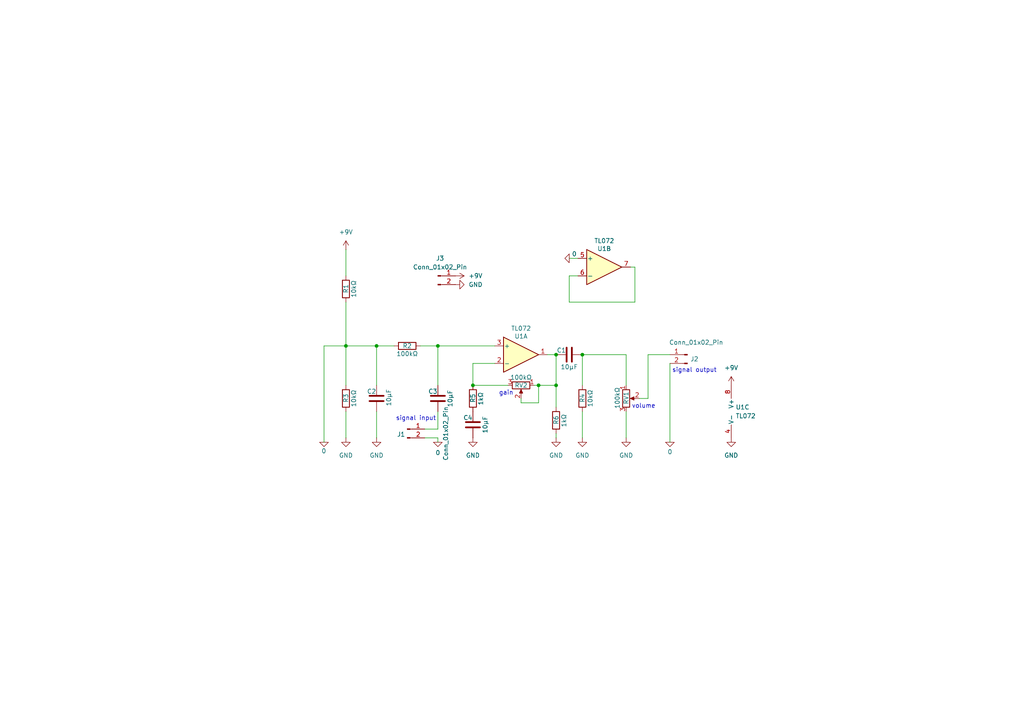
<source format=kicad_sch>
(kicad_sch (version 20231120) (generator "eeschema") (generator_version "8.0")
  (paper "A4")
  (lib_symbols
    (symbol "Amplifier_Operational:TL072" (pin_names (offset 0.127))
      (property "Reference" "U" (at 0 5.08 0))
      (property "Value" "TL072" (at 0 -5.08 0))
      (symbol "TL072_1_1"
        (polyline (pts (xy -5.08 5.08) (xy 5.08 0) (xy -5.08 -5.08) (xy -5.08 5.08)) (stroke (width 0.254)) (fill (type background)))
        (pin output line (at 7.62 0 180) (length 2.54) (name "~") (number "1"))
        (pin input line (at -7.62 -2.54 0) (length 2.54) (name "-") (number "2"))
        (pin input line (at -7.62 2.54 0) (length 2.54) (name "+") (number "3"))
      )
      (symbol "TL072_2_1"
        (polyline (pts (xy -5.08 5.08) (xy 5.08 0) (xy -5.08 -5.08) (xy -5.08 5.08)) (stroke (width 0.254)) (fill (type background)))
        (pin input line (at -7.62 2.54 0) (length 2.54) (name "+") (number "5"))
        (pin input line (at -7.62 -2.54 0) (length 2.54) (name "-") (number "6"))
        (pin output line (at 7.62 0 180) (length 2.54) (name "~") (number "7"))
      )
      (symbol "TL072_3_1"
        (pin power_in line (at -2.54 -7.62 90) (length 3.81) (name "V-") (number "4"))
        (pin power_in line (at -2.54 7.62 270) (length 3.81) (name "V+") (number "8"))
      )
    )
    (symbol "Connector:Conn_01x02_Pin" (pin_names (offset 1.016) hide)
      (property "Reference" "J" (at 0 2.54 0))
      (property "Value" "Conn_01x02_Pin" (at 0 -5.08 0))
      (symbol "Conn_01x02_Pin_1_1"
        (polyline (pts (xy 1.27 -2.54) (xy 0.8636 -2.54)) (stroke (width 0.1524)))
        (polyline (pts (xy 1.27 0) (xy 0.8636 0)) (stroke (width 0.1524)))
        (rectangle (start 0.8636 -2.413) (end 0 -2.667) (stroke (width 0.1524)) (fill (type outline)))
        (rectangle (start 0.8636 0.127) (end 0 -0.127) (stroke (width 0.1524)) (fill (type outline)))
        (pin passive line (at 5.08 0 180) (length 3.81) (name "Pin_1") (number "1"))
        (pin passive line (at 5.08 -2.54 180) (length 3.81) (name "Pin_2") (number "2"))
      )
    )
    (symbol "Device:C" (pin_numbers hide) (pin_names (offset 0.254))
      (property "Reference" "C" (at 0.635 2.54 0))
      (property "Value" "C" (at 0.635 -2.54 0))
      (symbol "C_0_1"
        (polyline (pts (xy -2.032 -0.762) (xy 2.032 -0.762)) (stroke (width 0.508)))
        (polyline (pts (xy -2.032 0.762) (xy 2.032 0.762)) (stroke (width 0.508)))
      )
      (symbol "C_1_1"
        (pin passive line (at 0 3.81 270) (length 2.794) (name "~") (number "1"))
        (pin passive line (at 0 -3.81 90) (length 2.794) (name "~") (number "2"))
      )
    )
    (symbol "Device:R" (pin_numbers hide) (pin_names (offset 0))
      (property "Reference" "R" (at 2.032 0 90))
      (property "Value" "R" (at 0 0 90))
      (symbol "R_0_1"
        (rectangle (start -1.016 -2.54) (end 1.016 2.54) (stroke (width 0.254)))
      )
      (symbol "R_1_1"
        (pin passive line (at 0 3.81 270) (length 1.27) (name "~") (number "1"))
        (pin passive line (at 0 -3.81 90) (length 1.27) (name "~") (number "2"))
      )
    )
    (symbol "Device:R_Potentiometer" (pin_names (offset 1.016) hide)
      (property "Reference" "RV" (at -4.445 0 90))
      (property "Value" "R_Potentiometer" (at -2.54 0 90))
      (symbol "R_Potentiometer_0_1"
        (polyline (pts (xy 2.54 0) (xy 1.524 0)))
        (polyline (pts (xy 1.143 0) (xy 2.286 0.508) (xy 2.286 -0.508) (xy 1.143 0)) (fill (type outline)))
        (rectangle (start 1.016 2.54) (end -1.016 -2.54) (stroke (width 0.254)))
      )
      (symbol "R_Potentiometer_1_1"
        (pin passive line (at 0 3.81 270) (length 1.27) (name "1") (number "1"))
        (pin passive line (at 3.81 0 180) (length 1.27) (name "2") (number "2"))
        (pin passive line (at 0 -3.81 90) (length 1.27) (name "3") (number "3"))
      )
    )
    (symbol "Simulation_SPICE:0" (power) (pin_numbers hide) (pin_names (offset 0) hide)
      (property "Value" "0" (at 0 -2.54 0))
      (symbol "0_0_1"
        (polyline (pts (xy -1.27 0) (xy 0 -1.27) (xy 1.27 0) (xy -1.27 0)))
      )
      (symbol "0_1_1"
        (pin power_in line (at 0 0 0) (length 0) (name "~") (number "1"))
      )
    )
    (symbol "power:+9V" (power) (pin_numbers hide) (pin_names (offset 0) hide)
      (property "Value" "+9V" (at 0 3.556 0))
      (symbol "+9V_0_1"
        (polyline (pts (xy -0.762 1.27) (xy 0 2.54)))
        (polyline (pts (xy 0 0) (xy 0 2.54)))
        (polyline (pts (xy 0 2.54) (xy 0.762 1.27)))
      )
      (symbol "+9V_1_1"
        (pin power_in line (at 0 0 90) (length 0) (name "~") (number "1"))
      )
    )
    (symbol "power:GND" (power) (pin_numbers hide) (pin_names (offset 0) hide)
      (property "Value" "GND" (at 0 -3.81 0))
      (symbol "GND_0_1"
        (polyline (pts (xy 0 0) (xy 0 -1.27) (xy 1.27 -1.27) (xy 0 -2.54) (xy -1.27 -1.27) (xy 0 -1.27)))
      )
      (symbol "GND_1_1"
        (pin power_in line (at 0 0 270) (length 0) (name "~") (number "1"))
      )
    )
  )
  (junction (at 161.29 102.87))
  (junction (at 127 100.33))
  (junction (at 100.33 100.33))
  (junction (at 156.21 111.76))
  (junction (at 161.29 111.76))
  (junction (at 109.22 100.33))
  (junction (at 137.16 111.76))
  (junction (at 168.91 102.87))
  (wire (pts (xy 127 100.33) (xy 143.51 100.33)))
  (wire (pts (xy 154.94 111.76) (xy 156.21 111.76)))
  (wire (pts (xy 184.15 87.63) (xy 184.15 77.47)))
  (wire (pts (xy 137.16 105.41) (xy 137.16 111.76)))
  (wire (pts (xy 187.96 102.87) (xy 187.96 115.57)))
  (wire (pts (xy 184.15 77.47) (xy 182.88 77.47)))
  (wire (pts (xy 151.13 116.84) (xy 156.21 116.84)))
  (wire (pts (xy 167.64 80.01) (xy 165.1 80.01)))
  (wire (pts (xy 109.22 127) (xy 109.22 119.38)))
  (wire (pts (xy 127 111.76) (xy 127 100.33)))
  (wire (pts (xy 168.91 127) (xy 168.91 119.38)))
  (wire (pts (xy 194.31 102.87) (xy 187.96 102.87)))
  (wire (pts (xy 137.16 111.76) (xy 147.32 111.76)))
  (wire (pts (xy 161.29 118.11) (xy 161.29 111.76)))
  (wire (pts (xy 93.98 100.33) (xy 100.33 100.33)))
  (wire (pts (xy 181.61 111.76) (xy 181.61 102.87)))
  (wire (pts (xy 100.33 87.63) (xy 100.33 100.33)))
  (wire (pts (xy 127 124.46) (xy 127 119.38)))
  (wire (pts (xy 161.29 111.76) (xy 161.29 102.87)))
  (wire (pts (xy 109.22 100.33) (xy 114.3 100.33)))
  (wire (pts (xy 165.1 74.93) (xy 167.64 74.93)))
  (wire (pts (xy 161.29 127) (xy 161.29 125.73)))
  (wire (pts (xy 156.21 111.76) (xy 161.29 111.76)))
  (wire (pts (xy 127 127) (xy 123.19 127)))
  (wire (pts (xy 151.13 116.84) (xy 151.13 115.57)))
  (wire (pts (xy 168.91 102.87) (xy 168.91 111.76)))
  (wire (pts (xy 194.31 105.41) (xy 194.31 128.27)))
  (wire (pts (xy 100.33 100.33) (xy 109.22 100.33)))
  (wire (pts (xy 93.98 100.33) (xy 93.98 128.27)))
  (wire (pts (xy 121.92 100.33) (xy 127 100.33)))
  (wire (pts (xy 181.61 102.87) (xy 168.91 102.87)))
  (wire (pts (xy 127 127) (xy 127 128.27)))
  (wire (pts (xy 156.21 116.84) (xy 156.21 111.76)))
  (wire (pts (xy 123.19 124.46) (xy 127 124.46)))
  (wire (pts (xy 109.22 111.76) (xy 109.22 100.33)))
  (wire (pts (xy 100.33 72.39) (xy 100.33 80.01)))
  (wire (pts (xy 165.1 80.01) (xy 165.1 87.63)))
  (wire (pts (xy 100.33 127) (xy 100.33 119.38)))
  (wire (pts (xy 100.33 111.76) (xy 100.33 100.33)))
  (wire (pts (xy 181.61 127) (xy 181.61 119.38)))
  (wire (pts (xy 165.1 87.63) (xy 184.15 87.63)))
  (wire (pts (xy 187.96 115.57) (xy 185.42 115.57)))
  (wire (pts (xy 143.51 105.41) (xy 137.16 105.41)))
  (wire (pts (xy 161.29 102.87) (xy 158.75 102.87)))
  (text "volume" (at 186.69 117.856 0) (effects (font (size 1.27 1.27))))
  (text "gain\n" (at 146.812 114.046 0) (effects (font (size 1.27 1.27))))
  (text "signal input\n" (at 120.65 121.412 0) (effects (font (size 1.27 1.27))))
  (text "signal output\n" (at 201.422 107.442 0) (effects (font (size 1.27 1.27))))
  (symbol (lib_id "power:+9V") (at 100.33 72.39 0) (unit 1)
    (property "Reference" "#PWR01" (effects (hide yes)))
    (property "Value" "+9V" (at 100.33 67.31 0))
    (property "Description" "Power symbol creates a global label with name \"+9V\"" (effects (hide yes)))
  )
  (symbol (lib_id "power:+9V") (at 212.09 111.76 0) (unit 1)
    (property "Reference" "#PWR07" (effects (hide yes)))
    (property "Value" "+9V" (at 212.09 106.68 0))
    (property "Description" "Power symbol creates a global label with name \"+9V\"" (effects (hide yes)))
  )
  (symbol (lib_id "Simulation_SPICE:0") (at 93.98 128.27 0) (unit 1)
    (property "Reference" "#GND01" (effects (hide yes)))
    (property "Value" "0" (at 93.218 130.81 0) (effects (justify left)))
    (property "Datasheet" "https://ngspice.sourceforge.io/docs/ngspice-html-manual/manual.xhtml#subsec_Circuit_elements__device" (effects (hide yes)))
    (property "Description" "0V reference potential for simulation" (effects (hide yes)))
  )
  (symbol (lib_id "Simulation_SPICE:0") (at 127 128.27 0) (unit 1)
    (property "Reference" "#GND02" (effects (hide yes)))
    (property "Value" "0" (at 127 131.318 0))
    (property "Datasheet" "https://ngspice.sourceforge.io/docs/ngspice-html-manual/manual.xhtml#subsec_Circuit_elements__device" (effects (hide yes)))
    (property "Description" "0V reference potential for simulation" (effects (hide yes)))
  )
  (symbol (lib_id "Connector:Conn_01x02_Pin") (at 199.39 102.87 0) (mirror y) (unit 1)
    (property "Reference" "J2" (at 201.422 104.14 0))
    (property "Value" "Conn_01x02_Pin" (at 201.93 99.314 0))
    (property "Footprint" "Connector:JWT_A3963_1x02_P3.96mm_Vertical" (effects (hide yes)))
    (property "Description" "Generic connector, single row, 01x02, script generated" (effects (hide yes)))
  )
  (symbol (lib_id "power:GND") (at 132.08 82.55 90) (unit 1)
    (property "Reference" "#PWR012" (effects (hide yes)))
    (property "Value" "GND" (at 135.89 82.5499 90) (effects (justify right)))
    (property "Description" "Power symbol creates a global label with name \"GND\" , ground" (effects (hide yes)))
  )
  (symbol (lib_id "Device:R_Potentiometer") (at 151.13 111.76 270) (unit 1)
    (property "Reference" "RV2" (at 151.13 111.76 90))
    (property "Value" "100kΩ" (at 151.13 109.474 90))
    (property "Footprint" "Potentiometer_THT:Potentiometer_Alpha_RD901F-40-00D_Single_Vertical" (effects (hide yes)))
    (property "Description" "Potentiometer" (effects (hide yes)))
  )
  (symbol (lib_id "Device:R") (at 100.33 115.57 180) (unit 1)
    (property "Reference" "R3" (at 100.33 116.84 90) (effects (justify right)))
    (property "Value" "10kΩ" (at 102.616 118.11 90) (effects (justify right)))
    (property "Footprint" "Resistor_THT:R_Axial_DIN0207_L6.3mm_D2.5mm_P10.16mm_Horizontal" (effects (hide yes)))
    (property "Description" "Resistor" (effects (hide yes)))
  )
  (symbol (lib_id "Device:C") (at 127 115.57 180) (unit 1)
    (property "Reference" "C3" (at 124.206 113.538 0) (effects (justify right)))
    (property "Value" "10µF" (at 130.556 118.11 90) (effects (justify right)))
    (property "Footprint" "Capacitor_THT:C_Radial_D5.0mm_H11.0mm_P2.00mm" (effects (hide yes)))
    (property "Description" "Unpolarized capacitor" (effects (hide yes)))
  )
  (symbol (lib_id "Device:C") (at 109.22 115.57 180) (unit 1)
    (property "Reference" "C2" (at 106.426 113.538 0) (effects (justify right)))
    (property "Value" "10µF" (at 112.776 117.856 90) (effects (justify right)))
    (property "Footprint" "Capacitor_THT:C_Radial_D5.0mm_H11.0mm_P2.00mm" (effects (hide yes)))
    (property "Description" "Unpolarized capacitor" (effects (hide yes)))
  )
  (symbol (lib_id "Device:R") (at 168.91 115.57 0) (unit 1)
    (property "Reference" "R4" (at 168.91 116.84 90) (effects (justify left)))
    (property "Value" "10kΩ" (at 171.196 118.11 90) (effects (justify left)))
    (property "Footprint" "Resistor_THT:R_Axial_DIN0207_L6.3mm_D2.5mm_P10.16mm_Horizontal" (effects (hide yes)))
    (property "Description" "Resistor" (effects (hide yes)))
  )
  (symbol (lib_id "power:GND") (at 137.16 127 0) (unit 1)
    (property "Reference" "#PWR09" (effects (hide yes)))
    (property "Value" "GND" (at 137.16 132.08 0))
    (property "Description" "Power symbol creates a global label with name \"GND\" , ground" (effects (hide yes)))
  )
  (symbol (lib_id "Device:R") (at 161.29 121.92 0) (unit 1)
    (property "Reference" "R6" (at 161.29 123.19 90) (effects (justify left)))
    (property "Value" "1kΩ" (at 163.576 123.952 90) (effects (justify left)))
    (property "Footprint" "Resistor_THT:R_Axial_DIN0207_L6.3mm_D2.5mm_P10.16mm_Horizontal" (effects (hide yes)))
    (property "Description" "Resistor" (effects (hide yes)))
  )
  (symbol (lib_id "power:+9V") (at 132.08 80.01 270) (unit 1)
    (property "Reference" "#PWR011" (effects (hide yes)))
    (property "Value" "+9V" (at 135.89 80.0099 90) (effects (justify left)))
    (property "Description" "Power symbol creates a global label with name \"+9V\"" (effects (hide yes)))
  )
  (symbol (lib_id "Amplifier_Operational:TL072") (at 214.63 119.38 0) (unit 3)
    (property "Reference" "U1" (at 213.36 118.1099 0) (effects (justify left)))
    (property "Value" "TL072" (at 213.36 120.6499 0) (effects (justify left)))
    (property "Footprint" "Package_DIP:DIP-8_W7.62mm" (effects (hide yes)))
    (property "Datasheet" "http://www.ti.com/lit/ds/symlink/tl071.pdf" (effects (hide yes)))
    (property "Description" "Dual Low-Noise JFET-Input Operational Amplifiers, DIP-8/SOIC-8" (effects (hide yes)))
  )
  (symbol (lib_id "Amplifier_Operational:TL072") (at 175.26 77.47 0) (unit 2)
    (property "Reference" "U1" (at 175.26 72.136 0))
    (property "Value" "TL072" (at 175.26 69.85 0))
    (property "Footprint" "Package_DIP:DIP-8_W7.62mm" (effects (hide yes)))
    (property "Datasheet" "http://www.ti.com/lit/ds/symlink/tl071.pdf" (effects (hide yes)))
    (property "Description" "Dual Low-Noise JFET-Input Operational Amplifiers, DIP-8/SOIC-8" (effects (hide yes)))
  )
  (symbol (lib_id "Device:R") (at 100.33 83.82 180) (unit 1)
    (property "Reference" "R1" (at 100.33 85.09 90) (effects (justify right)))
    (property "Value" "10kΩ" (at 102.616 86.36 90) (effects (justify right)))
    (property "Footprint" "Resistor_THT:R_Axial_DIN0207_L6.3mm_D2.5mm_P10.16mm_Horizontal" (effects (hide yes)))
    (property "Description" "Resistor" (effects (hide yes)))
  )
  (symbol (lib_id "Device:C") (at 137.16 123.19 180) (unit 1)
    (property "Reference" "C4" (at 134.366 121.158 0) (effects (justify right)))
    (property "Value" "10µF" (at 140.716 125.73 90) (effects (justify right)))
    (property "Footprint" "Capacitor_THT:C_Radial_D5.0mm_H11.0mm_P2.00mm" (effects (hide yes)))
    (property "Description" "Unpolarized capacitor" (effects (hide yes)))
  )
  (symbol (lib_id "Device:C") (at 165.1 102.87 90) (unit 1)
    (property "Reference" "C1" (at 162.814 101.6 90))
    (property "Value" "10µF" (at 165.1 106.426 90))
    (property "Footprint" "Capacitor_THT:C_Radial_D5.0mm_H11.0mm_P2.00mm" (effects (hide yes)))
    (property "Description" "Unpolarized capacitor" (effects (hide yes)))
  )
  (symbol (lib_id "Amplifier_Operational:TL072") (at 151.13 102.87 0) (unit 1)
    (property "Reference" "U1" (at 151.13 97.536 0))
    (property "Value" "TL072" (at 151.13 95.25 0))
    (property "Footprint" "Package_DIP:DIP-8_W7.62mm" (effects (hide yes)))
    (property "Datasheet" "http://www.ti.com/lit/ds/symlink/tl071.pdf" (effects (hide yes)))
    (property "Description" "Dual Low-Noise JFET-Input Operational Amplifiers, DIP-8/SOIC-8" (effects (hide yes)))
  )
  (symbol (lib_id "Simulation_SPICE:0") (at 194.31 128.27 0) (unit 1)
    (property "Reference" "#GND03" (effects (hide yes)))
    (property "Value" "0" (at 194.31 131.064 0))
    (property "Datasheet" "https://ngspice.sourceforge.io/docs/ngspice-html-manual/manual.xhtml#subsec_Circuit_elements__device" (effects (hide yes)))
    (property "Description" "0V reference potential for simulation" (effects (hide yes)))
  )
  (symbol (lib_id "Connector:Conn_01x02_Pin") (at 127 80.01 0) (unit 1)
    (property "Reference" "J3" (at 127.635 74.93 0))
    (property "Value" "Conn_01x02_Pin" (at 127.635 77.47 0))
    (property "Footprint" "Connector:JWT_A3963_1x02_P3.96mm_Vertical" (effects (hide yes)))
    (property "Description" "Generic connector, single row, 01x02, script generated" (effects (hide yes)))
  )
  (symbol (lib_id "Simulation_SPICE:0") (at 165.1 74.93 270) (unit 1)
    (property "Reference" "#GND04" (effects (hide yes)))
    (property "Value" "0" (at 165.862 73.66 90) (effects (justify left)))
    (property "Datasheet" "https://ngspice.sourceforge.io/docs/ngspice-html-manual/manual.xhtml#subsec_Circuit_elements__device" (effects (hide yes)))
    (property "Description" "0V reference potential for simulation" (effects (hide yes)))
  )
  (symbol (lib_id "Connector:Conn_01x02_Pin") (at 118.11 124.46 0) (unit 1)
    (property "Reference" "J1" (at 116.332 125.984 0))
    (property "Value" "Conn_01x02_Pin" (at 129.286 125.73 90))
    (property "Footprint" "Connector:JWT_A3963_1x02_P3.96mm_Vertical" (effects (hide yes)))
    (property "Description" "Generic connector, single row, 01x02, script generated" (effects (hide yes)))
  )
  (symbol (lib_id "power:GND") (at 168.91 127 0) (unit 1)
    (property "Reference" "#PWR06" (effects (hide yes)))
    (property "Value" "GND" (at 168.91 132.08 0))
    (property "Description" "Power symbol creates a global label with name \"GND\" , ground" (effects (hide yes)))
  )
  (symbol (lib_id "Device:R_Potentiometer") (at 181.61 115.57 0) (unit 1)
    (property "Reference" "RV1" (at 181.61 113.538 90) (effects (justify right)))
    (property "Value" "100kΩ" (at 179.07 112.268 90) (effects (justify right)))
    (property "Footprint" "Potentiometer_THT:Potentiometer_Alpha_RD901F-40-00D_Single_Vertical" (effects (hide yes)))
    (property "Description" "Potentiometer" (effects (hide yes)))
  )
  (symbol (lib_id "power:GND") (at 181.61 127 0) (unit 1)
    (property "Reference" "#PWR04" (effects (hide yes)))
    (property "Value" "GND" (at 181.61 132.08 0))
    (property "Description" "Power symbol creates a global label with name \"GND\" , ground" (effects (hide yes)))
  )
  (symbol (lib_id "Device:R") (at 137.16 115.57 0) (unit 1)
    (property "Reference" "R5" (at 137.16 116.84 90) (effects (justify left)))
    (property "Value" "1kΩ" (at 139.446 117.602 90) (effects (justify left)))
    (property "Footprint" "Resistor_THT:R_Axial_DIN0207_L6.3mm_D2.5mm_P10.16mm_Horizontal" (effects (hide yes)))
    (property "Description" "Resistor" (effects (hide yes)))
  )
  (symbol (lib_id "power:GND") (at 100.33 127 0) (unit 1)
    (property "Reference" "#PWR02" (effects (hide yes)))
    (property "Value" "GND" (at 100.33 132.08 0))
    (property "Description" "Power symbol creates a global label with name \"GND\" , ground" (effects (hide yes)))
  )
  (symbol (lib_id "power:GND") (at 212.09 127 0) (unit 1)
    (property "Reference" "#PWR010" (effects (hide yes)))
    (property "Value" "GND" (at 212.09 132.08 0))
    (property "Description" "Power symbol creates a global label with name \"GND\" , ground" (effects (hide yes)))
  )
  (symbol (lib_id "power:GND") (at 161.29 127 0) (unit 1)
    (property "Reference" "#PWR08" (effects (hide yes)))
    (property "Value" "GND" (at 161.29 132.08 0))
    (property "Description" "Power symbol creates a global label with name \"GND\" , ground" (effects (hide yes)))
  )
  (symbol (lib_id "Device:R") (at 118.11 100.33 270) (unit 1)
    (property "Reference" "R2" (at 118.11 100.33 90))
    (property "Value" "100kΩ" (at 118.11 102.616 90))
    (property "Footprint" "Resistor_THT:R_Axial_DIN0207_L6.3mm_D2.5mm_P10.16mm_Horizontal" (effects (hide yes)))
    (property "Description" "Resistor" (effects (hide yes)))
  )
  (symbol (lib_id "power:GND") (at 109.22 127 0) (unit 1)
    (property "Reference" "#PWR03" (effects (hide yes)))
    (property "Value" "GND" (at 109.22 132.08 0))
    (property "Description" "Power symbol creates a global label with name \"GND\" , ground" (effects (hide yes)))
  )
)
</source>
